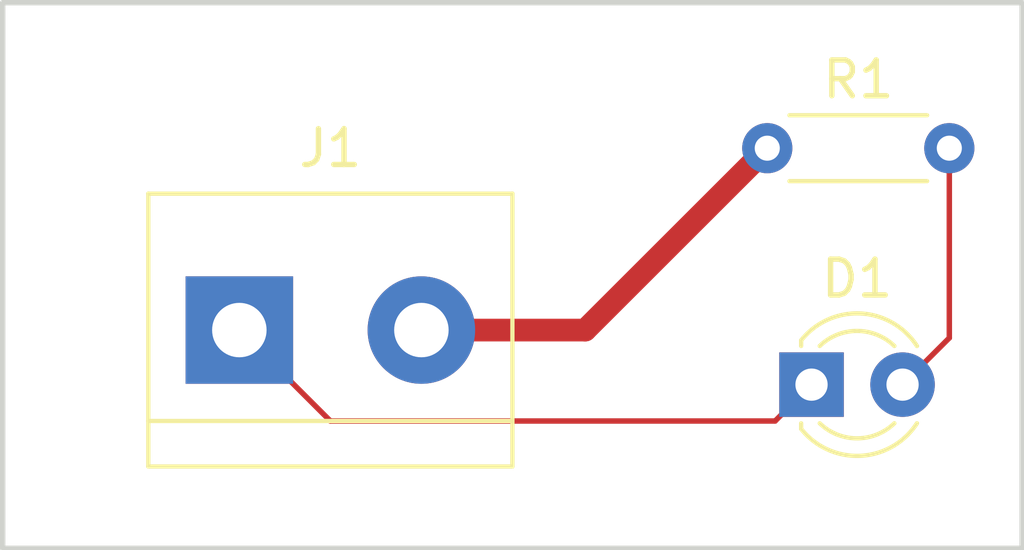
<source format=kicad_pcb>
(kicad_pcb (version 20211014) (generator pcbnew)
  (layers (0 "F.Cu" signal "Top") (31 "B.Cu" signal "Bottom") (34 "B.Paste" user) (35 "F.Paste" user) (36 "B.SilkS" user "B.Silkscreen") (37 "F.SilkS" user "F.Silkscreen") (38 "B.Mask" user) (39 "F.Mask" user) (44 "Edge.Cuts" user))
  (net 0 "")
  (net 1 "GND")
  (net 2 "Net-(D1-Pad2)")
  (net 3 "VCC")
  (footprint "LED_THT:LED_D3.0mm" (layer "F.Cu") (at 62.195 179.324)
    (fp_text reference "D1" (at 1.27 -2.96) (layer "F.SilkS"))
    (fp_text value "LED")
    (fp_line (start -0.29 1.08) (end -0.29 1.236) (layer "F.SilkS") (width 0.12))
    (fp_line (start -0.29 -1.236) (end -0.29 -1.08) (layer "F.SilkS") (width 0.12))
    (fp_arc (start -0.29 -1.235516) (mid 1.366487 -1.987659) (end 2.942335 -1.078608) (layer "F.SilkS") (width 0.12))
    (fp_arc (start 0.229039 -1.08) (mid 1.270117 -1.5) (end 2.31113 -1.079837) (layer "F.SilkS") (width 0.12))
    (fp_arc (start 2.942335 1.078608) (mid 1.366487 1.987659) (end -0.29 1.235516) (layer "F.SilkS") (width 0.12))
    (fp_arc (start 2.31113 1.079837) (mid 1.270117 1.5) (end 0.229039 1.08) (layer "F.SilkS") (width 0.12))
    (pad "1" thru_hole rect (at 0 0) (size 1.8 1.8) (drill 0.9) (layers *.Cu *.Mask) (net 1 "GND"))
    (pad "2" thru_hole circle (at 2.54 0) (size 1.8 1.8) (drill 0.9) (layers *.Cu *.Mask) (net 2 "Net-(D1-Pad2)"))
  )
  (footprint "TerminalBlock:TerminalBlock_bornier-2_P5.08mm" (layer "F.Cu") (at 46.228 177.8)
    (fp_text reference "J1" (at 2.54 -5.08) (layer "F.SilkS"))
    (fp_text value "Screw_Terminal_01x02")
    (fp_line (start 7.62 3.81) (end 7.62 -3.81) (layer "F.SilkS") (width 0.12))
    (fp_line (start 7.62 2.54) (end -2.54 2.54) (layer "F.SilkS") (width 0.12))
    (fp_line (start -2.54 -3.81) (end -2.54 3.81) (layer "F.SilkS") (width 0.12))
    (fp_line (start -2.54 3.81) (end 7.62 3.81) (layer "F.SilkS") (width 0.12))
    (fp_line (start 7.62 -3.81) (end -2.54 -3.81) (layer "F.SilkS") (width 0.12))
    (pad "1" thru_hole rect (at 0 0) (size 3 3) (drill 1.52) (layers *.Cu *.Mask) (net 1 "GND"))
    (pad "2" thru_hole circle (at 5.08 0) (size 3 3) (drill 1.52) (layers *.Cu *.Mask) (net 3 "VCC"))
  )
  (footprint "Resistor_THT:R_Axial_DIN0204_L3.6mm_D1.6mm_P5.08mm_Horizontal" (layer "F.Cu") (at 60.96 172.72)
    (fp_text reference "R1" (at 2.54 -1.92) (layer "F.SilkS"))
    (fp_text value "R")
    (fp_line (start 0.62 0.92) (end 4.46 0.92) (layer "F.SilkS") (width 0.12))
    (fp_line (start 0.62 -0.92) (end 4.46 -0.92) (layer "F.SilkS") (width 0.12))
    (pad "1" thru_hole circle (at 0 0) (size 1.4 1.4) (drill 0.7) (layers *.Cu *.Mask) (net 3 "VCC"))
    (pad "2" thru_hole oval (at 5.08 0) (size 1.4 1.4) (drill 0.7) (layers *.Cu *.Mask) (net 2 "Net-(D1-Pad2)"))
  )
  (gr_poly (pts (xy 68.072 183.896) (xy 39.624 183.896) (xy 39.624 168.656) (xy 68.072 168.656)) (layer "Edge.Cuts") (width 0.15) (fill none))
  (segment (start 48.768 180.34) (end 46.228 177.8) (width 0.1524) (layer "F.Cu") (net 1))
  (segment (start 62.195 179.324) (end 61.179 180.34) (width 0.1524) (layer "F.Cu") (net 1))
  (segment (start 61.179 180.34) (end 48.768 180.34) (width 0.1524) (layer "F.Cu") (net 1))
  (segment (start 66.04 172.72) (end 66.04 178.019) (width 0.1524) (layer "F.Cu") (net 2))
  (segment (start 66.04 178.019) (end 64.735 179.324) (width 0.1524) (layer "F.Cu") (net 2))
  (segment (start 51.308 177.8) (end 55.88 177.8) (width 0.635) (layer "F.Cu") (net 3))
  (segment (start 55.88 177.8) (end 60.96 172.72) (width 0.635) (layer "F.Cu") (net 3))
)
</source>
